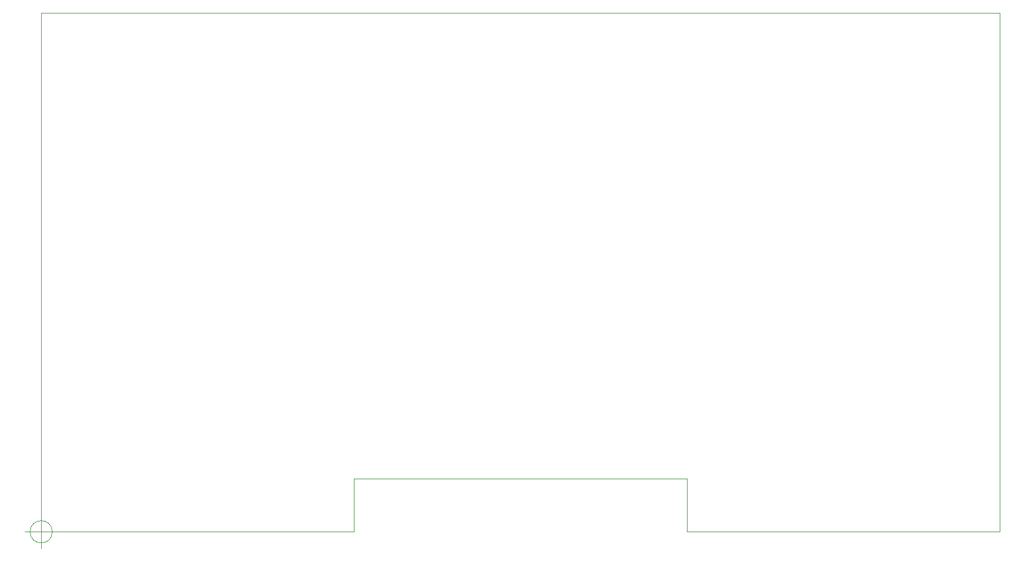
<source format=gm1>
G04 #@! TF.GenerationSoftware,KiCad,Pcbnew,(5.1.9-0-10_14)*
G04 #@! TF.CreationDate,2021-01-20T12:56:53-08:00*
G04 #@! TF.ProjectId,UrbanSteering,55726261-6e53-4746-9565-72696e672e6b,rev?*
G04 #@! TF.SameCoordinates,Original*
G04 #@! TF.FileFunction,Profile,NP*
%FSLAX46Y46*%
G04 Gerber Fmt 4.6, Leading zero omitted, Abs format (unit mm)*
G04 Created by KiCad (PCBNEW (5.1.9-0-10_14)) date 2021-01-20 12:56:53*
%MOMM*%
%LPD*%
G01*
G04 APERTURE LIST*
G04 #@! TA.AperFunction,Profile*
%ADD10C,0.050000*%
G04 #@! TD*
G04 #@! TA.AperFunction,Profile*
%ADD11C,0.001500*%
G04 #@! TD*
G04 APERTURE END LIST*
D10*
X83556266Y-133197600D02*
G75*
G03*
X83556266Y-133197600I-1666666J0D01*
G01*
X79389600Y-133197600D02*
X84389600Y-133197600D01*
X81889600Y-130697600D02*
X81889600Y-135697600D01*
D11*
X225898679Y-133197600D02*
X193898679Y-133197600D01*
X133848680Y-125197600D02*
X173948678Y-125197600D01*
X178948678Y-133197600D02*
X193898679Y-133197600D01*
X128848680Y-125197601D02*
X133848680Y-125197601D01*
X225898679Y-133197600D02*
X225898679Y-55197601D01*
X113898680Y-133197600D02*
X81898679Y-133197600D01*
X128848680Y-133197600D02*
X128848680Y-125197601D01*
X81898679Y-133197600D02*
X81898679Y-55197601D01*
X178948678Y-133197600D02*
X178948678Y-125197600D01*
X81898679Y-55197601D02*
X225898679Y-55197601D01*
X173948678Y-125197600D02*
X178948678Y-125197600D01*
X113898680Y-133197600D02*
X128848680Y-133197600D01*
M02*

</source>
